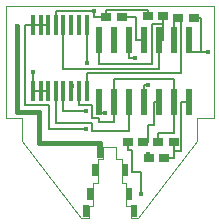
<source format=gbr>
%FSLAX23Y23*%
%MOIN*%
G04 EasyPC Gerber Version 16.0.6 Build 3249 *
%ADD86R,0.01400X0.06600*%
%ADD13R,0.01969X0.03937*%
%ADD85R,0.02200X0.08700*%
%ADD88C,0.00394*%
%ADD70R,0.03500X0.02800*%
%ADD23C,0.00787*%
%ADD24C,0.01500*%
%ADD22C,0.01575*%
X0Y0D02*
D02*
D13*
X268Y177D03*
X284Y236D03*
X300Y315D03*
X315Y374D03*
X398Y315D03*
X414Y236D03*
X430Y177D03*
D02*
D70*
X337Y826D03*
X388D03*
X408Y409D03*
X459D03*
X475Y830D03*
X479Y354D03*
X510Y409D03*
X526Y830D03*
X530Y354D03*
X561Y409D03*
X577Y823D03*
X628D03*
D02*
D22*
X40Y795D03*
X91Y641D03*
X221Y594D03*
X268Y452D03*
Y511D03*
X272Y673D03*
X296Y846D03*
X331Y504D03*
X363Y732D03*
X433Y689D03*
X453Y236D03*
X477Y370D03*
Y598D03*
X677Y708D03*
D02*
D23*
X92Y578D02*
Y641D01*
X91*
X92Y578D02*
X118D01*
X92Y800D02*
X67D01*
Y531*
X146*
Y452*
X268*
X92Y800D02*
X118D01*
Y578D02*
X143D01*
X118Y800D02*
X143D01*
X169D02*
Y846D01*
X296*
X194Y578D02*
Y511D01*
X268*
X194Y800D02*
Y653D01*
X511*
Y748*
X245Y578D02*
Y531D01*
X288*
Y488*
X311*
Y476*
X361*
Y543*
X271Y578D02*
X272D01*
Y637*
X587*
Y823*
X577*
X271Y800D02*
Y673D01*
X272*
X311Y543D02*
Y504D01*
X331*
X311Y748D02*
Y669D01*
X489*
Y803*
X526*
X337Y826D02*
Y850D01*
X475*
Y830*
X337Y826D02*
X296D01*
Y846*
X388Y826D02*
X437D01*
Y748*
X461*
X411Y543D02*
Y445D01*
X288*
Y472*
X169*
Y578*
X433Y689D02*
X411D01*
Y748*
X453Y236D02*
Y307D01*
X422*
Y382*
X408*
Y409*
X459D02*
X477D01*
Y464*
X496*
Y543*
X511*
X461D02*
Y598D01*
X477*
X479Y354D02*
X477D01*
Y370*
X511Y748D02*
X526D01*
Y803*
Y830*
X561Y378D02*
X587D01*
Y543*
X611*
X561Y378D02*
Y354D01*
X530*
X561Y409D02*
Y378D01*
X561Y543D02*
X563D01*
Y618*
X361*
Y543*
X561D02*
Y437D01*
X510*
Y409*
X561Y748D02*
Y823D01*
X577*
X654Y708D02*
Y823D01*
X628*
X654Y708D02*
X611D01*
Y748*
X677Y708D02*
X654D01*
D02*
D24*
X40Y795D02*
Y508D01*
X111*
Y405*
X315*
Y374*
D02*
D85*
X311Y543D03*
Y748D03*
X361Y543D03*
Y748D03*
X411Y543D03*
Y748D03*
X461Y543D03*
Y748D03*
X511Y543D03*
Y748D03*
X561Y543D03*
Y748D03*
X611Y543D03*
Y748D03*
D02*
D86*
X92Y578D03*
Y800D03*
X118Y578D03*
Y800D03*
X143Y578D03*
Y800D03*
X169Y578D03*
Y800D03*
X194Y578D03*
Y800D03*
X220Y578D03*
Y800D03*
X245Y578D03*
Y800D03*
X271Y578D03*
Y800D03*
D02*
D88*
X695Y785D02*
Y863D01*
X2*
Y489*
X57*
Y411*
X254Y155*
X278*
Y194*
X293*
Y273*
X309*
Y352*
X327*
Y391*
X370*
Y352*
X388*
Y273*
X404*
Y194*
X419*
Y155*
X443*
X640Y411*
Y489*
X695*
Y785*
X1000Y464D02*
X0Y0*
M02*

</source>
